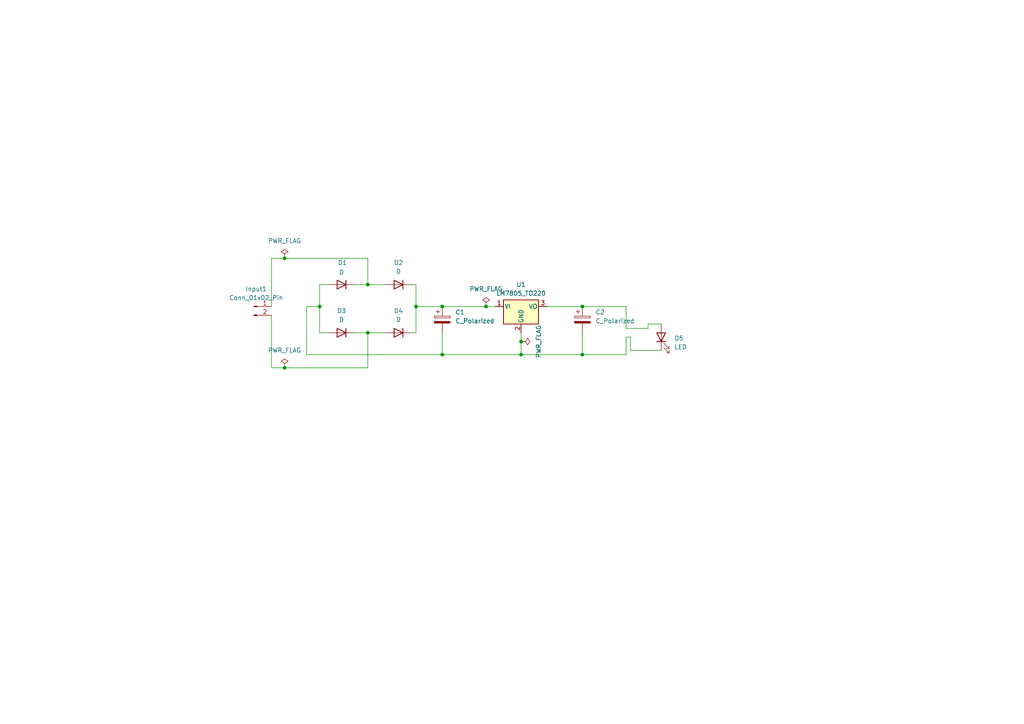
<source format=kicad_sch>
(kicad_sch
	(version 20231120)
	(generator "eeschema")
	(generator_version "8.0")
	(uuid "52612bfa-f96e-43bd-bbe8-48d7e25a8059")
	(paper "A4")
	(lib_symbols
		(symbol "Connector:Conn_01x02_Pin"
			(pin_names
				(offset 1.016) hide)
			(exclude_from_sim no)
			(in_bom yes)
			(on_board yes)
			(property "Reference" "J"
				(at 0 2.54 0)
				(effects
					(font
						(size 1.27 1.27)
					)
				)
			)
			(property "Value" "Conn_01x02_Pin"
				(at 0 -5.08 0)
				(effects
					(font
						(size 1.27 1.27)
					)
				)
			)
			(property "Footprint" ""
				(at 0 0 0)
				(effects
					(font
						(size 1.27 1.27)
					)
					(hide yes)
				)
			)
			(property "Datasheet" "~"
				(at 0 0 0)
				(effects
					(font
						(size 1.27 1.27)
					)
					(hide yes)
				)
			)
			(property "Description" "Generic connector, single row, 01x02, script generated"
				(at 0 0 0)
				(effects
					(font
						(size 1.27 1.27)
					)
					(hide yes)
				)
			)
			(property "ki_locked" ""
				(at 0 0 0)
				(effects
					(font
						(size 1.27 1.27)
					)
				)
			)
			(property "ki_keywords" "connector"
				(at 0 0 0)
				(effects
					(font
						(size 1.27 1.27)
					)
					(hide yes)
				)
			)
			(property "ki_fp_filters" "Connector*:*_1x??_*"
				(at 0 0 0)
				(effects
					(font
						(size 1.27 1.27)
					)
					(hide yes)
				)
			)
			(symbol "Conn_01x02_Pin_1_1"
				(polyline
					(pts
						(xy 1.27 -2.54) (xy 0.8636 -2.54)
					)
					(stroke
						(width 0.1524)
						(type default)
					)
					(fill
						(type none)
					)
				)
				(polyline
					(pts
						(xy 1.27 0) (xy 0.8636 0)
					)
					(stroke
						(width 0.1524)
						(type default)
					)
					(fill
						(type none)
					)
				)
				(rectangle
					(start 0.8636 -2.413)
					(end 0 -2.667)
					(stroke
						(width 0.1524)
						(type default)
					)
					(fill
						(type outline)
					)
				)
				(rectangle
					(start 0.8636 0.127)
					(end 0 -0.127)
					(stroke
						(width 0.1524)
						(type default)
					)
					(fill
						(type outline)
					)
				)
				(pin passive line
					(at 5.08 0 180)
					(length 3.81)
					(name "Pin_1"
						(effects
							(font
								(size 1.27 1.27)
							)
						)
					)
					(number "1"
						(effects
							(font
								(size 1.27 1.27)
							)
						)
					)
				)
				(pin passive line
					(at 5.08 -2.54 180)
					(length 3.81)
					(name "Pin_2"
						(effects
							(font
								(size 1.27 1.27)
							)
						)
					)
					(number "2"
						(effects
							(font
								(size 1.27 1.27)
							)
						)
					)
				)
			)
		)
		(symbol "Device:C_Polarized"
			(pin_numbers hide)
			(pin_names
				(offset 0.254)
			)
			(exclude_from_sim no)
			(in_bom yes)
			(on_board yes)
			(property "Reference" "C"
				(at 0.635 2.54 0)
				(effects
					(font
						(size 1.27 1.27)
					)
					(justify left)
				)
			)
			(property "Value" "C_Polarized"
				(at 0.635 -2.54 0)
				(effects
					(font
						(size 1.27 1.27)
					)
					(justify left)
				)
			)
			(property "Footprint" ""
				(at 0.9652 -3.81 0)
				(effects
					(font
						(size 1.27 1.27)
					)
					(hide yes)
				)
			)
			(property "Datasheet" "~"
				(at 0 0 0)
				(effects
					(font
						(size 1.27 1.27)
					)
					(hide yes)
				)
			)
			(property "Description" "Polarized capacitor"
				(at 0 0 0)
				(effects
					(font
						(size 1.27 1.27)
					)
					(hide yes)
				)
			)
			(property "ki_keywords" "cap capacitor"
				(at 0 0 0)
				(effects
					(font
						(size 1.27 1.27)
					)
					(hide yes)
				)
			)
			(property "ki_fp_filters" "CP_*"
				(at 0 0 0)
				(effects
					(font
						(size 1.27 1.27)
					)
					(hide yes)
				)
			)
			(symbol "C_Polarized_0_1"
				(rectangle
					(start -2.286 0.508)
					(end 2.286 1.016)
					(stroke
						(width 0)
						(type default)
					)
					(fill
						(type none)
					)
				)
				(polyline
					(pts
						(xy -1.778 2.286) (xy -0.762 2.286)
					)
					(stroke
						(width 0)
						(type default)
					)
					(fill
						(type none)
					)
				)
				(polyline
					(pts
						(xy -1.27 2.794) (xy -1.27 1.778)
					)
					(stroke
						(width 0)
						(type default)
					)
					(fill
						(type none)
					)
				)
				(rectangle
					(start 2.286 -0.508)
					(end -2.286 -1.016)
					(stroke
						(width 0)
						(type default)
					)
					(fill
						(type outline)
					)
				)
			)
			(symbol "C_Polarized_1_1"
				(pin passive line
					(at 0 3.81 270)
					(length 2.794)
					(name "~"
						(effects
							(font
								(size 1.27 1.27)
							)
						)
					)
					(number "1"
						(effects
							(font
								(size 1.27 1.27)
							)
						)
					)
				)
				(pin passive line
					(at 0 -3.81 90)
					(length 2.794)
					(name "~"
						(effects
							(font
								(size 1.27 1.27)
							)
						)
					)
					(number "2"
						(effects
							(font
								(size 1.27 1.27)
							)
						)
					)
				)
			)
		)
		(symbol "Device:D"
			(pin_numbers hide)
			(pin_names
				(offset 1.016) hide)
			(exclude_from_sim no)
			(in_bom yes)
			(on_board yes)
			(property "Reference" "D"
				(at 0 2.54 0)
				(effects
					(font
						(size 1.27 1.27)
					)
				)
			)
			(property "Value" "D"
				(at 0 -2.54 0)
				(effects
					(font
						(size 1.27 1.27)
					)
				)
			)
			(property "Footprint" ""
				(at 0 0 0)
				(effects
					(font
						(size 1.27 1.27)
					)
					(hide yes)
				)
			)
			(property "Datasheet" "~"
				(at 0 0 0)
				(effects
					(font
						(size 1.27 1.27)
					)
					(hide yes)
				)
			)
			(property "Description" "Diode"
				(at 0 0 0)
				(effects
					(font
						(size 1.27 1.27)
					)
					(hide yes)
				)
			)
			(property "Sim.Device" "D"
				(at 0 0 0)
				(effects
					(font
						(size 1.27 1.27)
					)
					(hide yes)
				)
			)
			(property "Sim.Pins" "1=K 2=A"
				(at 0 0 0)
				(effects
					(font
						(size 1.27 1.27)
					)
					(hide yes)
				)
			)
			(property "ki_keywords" "diode"
				(at 0 0 0)
				(effects
					(font
						(size 1.27 1.27)
					)
					(hide yes)
				)
			)
			(property "ki_fp_filters" "TO-???* *_Diode_* *SingleDiode* D_*"
				(at 0 0 0)
				(effects
					(font
						(size 1.27 1.27)
					)
					(hide yes)
				)
			)
			(symbol "D_0_1"
				(polyline
					(pts
						(xy -1.27 1.27) (xy -1.27 -1.27)
					)
					(stroke
						(width 0.254)
						(type default)
					)
					(fill
						(type none)
					)
				)
				(polyline
					(pts
						(xy 1.27 0) (xy -1.27 0)
					)
					(stroke
						(width 0)
						(type default)
					)
					(fill
						(type none)
					)
				)
				(polyline
					(pts
						(xy 1.27 1.27) (xy 1.27 -1.27) (xy -1.27 0) (xy 1.27 1.27)
					)
					(stroke
						(width 0.254)
						(type default)
					)
					(fill
						(type none)
					)
				)
			)
			(symbol "D_1_1"
				(pin passive line
					(at -3.81 0 0)
					(length 2.54)
					(name "K"
						(effects
							(font
								(size 1.27 1.27)
							)
						)
					)
					(number "1"
						(effects
							(font
								(size 1.27 1.27)
							)
						)
					)
				)
				(pin passive line
					(at 3.81 0 180)
					(length 2.54)
					(name "A"
						(effects
							(font
								(size 1.27 1.27)
							)
						)
					)
					(number "2"
						(effects
							(font
								(size 1.27 1.27)
							)
						)
					)
				)
			)
		)
		(symbol "Device:LED"
			(pin_numbers hide)
			(pin_names
				(offset 1.016) hide)
			(exclude_from_sim no)
			(in_bom yes)
			(on_board yes)
			(property "Reference" "D"
				(at 0 2.54 0)
				(effects
					(font
						(size 1.27 1.27)
					)
				)
			)
			(property "Value" "LED"
				(at 0 -2.54 0)
				(effects
					(font
						(size 1.27 1.27)
					)
				)
			)
			(property "Footprint" ""
				(at 0 0 0)
				(effects
					(font
						(size 1.27 1.27)
					)
					(hide yes)
				)
			)
			(property "Datasheet" "~"
				(at 0 0 0)
				(effects
					(font
						(size 1.27 1.27)
					)
					(hide yes)
				)
			)
			(property "Description" "Light emitting diode"
				(at 0 0 0)
				(effects
					(font
						(size 1.27 1.27)
					)
					(hide yes)
				)
			)
			(property "ki_keywords" "LED diode"
				(at 0 0 0)
				(effects
					(font
						(size 1.27 1.27)
					)
					(hide yes)
				)
			)
			(property "ki_fp_filters" "LED* LED_SMD:* LED_THT:*"
				(at 0 0 0)
				(effects
					(font
						(size 1.27 1.27)
					)
					(hide yes)
				)
			)
			(symbol "LED_0_1"
				(polyline
					(pts
						(xy -1.27 -1.27) (xy -1.27 1.27)
					)
					(stroke
						(width 0.254)
						(type default)
					)
					(fill
						(type none)
					)
				)
				(polyline
					(pts
						(xy -1.27 0) (xy 1.27 0)
					)
					(stroke
						(width 0)
						(type default)
					)
					(fill
						(type none)
					)
				)
				(polyline
					(pts
						(xy 1.27 -1.27) (xy 1.27 1.27) (xy -1.27 0) (xy 1.27 -1.27)
					)
					(stroke
						(width 0.254)
						(type default)
					)
					(fill
						(type none)
					)
				)
				(polyline
					(pts
						(xy -3.048 -0.762) (xy -4.572 -2.286) (xy -3.81 -2.286) (xy -4.572 -2.286) (xy -4.572 -1.524)
					)
					(stroke
						(width 0)
						(type default)
					)
					(fill
						(type none)
					)
				)
				(polyline
					(pts
						(xy -1.778 -0.762) (xy -3.302 -2.286) (xy -2.54 -2.286) (xy -3.302 -2.286) (xy -3.302 -1.524)
					)
					(stroke
						(width 0)
						(type default)
					)
					(fill
						(type none)
					)
				)
			)
			(symbol "LED_1_1"
				(pin passive line
					(at -3.81 0 0)
					(length 2.54)
					(name "K"
						(effects
							(font
								(size 1.27 1.27)
							)
						)
					)
					(number "1"
						(effects
							(font
								(size 1.27 1.27)
							)
						)
					)
				)
				(pin passive line
					(at 3.81 0 180)
					(length 2.54)
					(name "A"
						(effects
							(font
								(size 1.27 1.27)
							)
						)
					)
					(number "2"
						(effects
							(font
								(size 1.27 1.27)
							)
						)
					)
				)
			)
		)
		(symbol "Regulator_Linear:LM7805_TO220"
			(pin_names
				(offset 0.254)
			)
			(exclude_from_sim no)
			(in_bom yes)
			(on_board yes)
			(property "Reference" "U"
				(at -3.81 3.175 0)
				(effects
					(font
						(size 1.27 1.27)
					)
				)
			)
			(property "Value" "LM7805_TO220"
				(at 0 3.175 0)
				(effects
					(font
						(size 1.27 1.27)
					)
					(justify left)
				)
			)
			(property "Footprint" "Package_TO_SOT_THT:TO-220-3_Vertical"
				(at 0 5.715 0)
				(effects
					(font
						(size 1.27 1.27)
						(italic yes)
					)
					(hide yes)
				)
			)
			(property "Datasheet" "https://www.onsemi.cn/PowerSolutions/document/MC7800-D.PDF"
				(at 0 -1.27 0)
				(effects
					(font
						(size 1.27 1.27)
					)
					(hide yes)
				)
			)
			(property "Description" "Positive 1A 35V Linear Regulator, Fixed Output 5V, TO-220"
				(at 0 0 0)
				(effects
					(font
						(size 1.27 1.27)
					)
					(hide yes)
				)
			)
			(property "ki_keywords" "Voltage Regulator 1A Positive"
				(at 0 0 0)
				(effects
					(font
						(size 1.27 1.27)
					)
					(hide yes)
				)
			)
			(property "ki_fp_filters" "TO?220*"
				(at 0 0 0)
				(effects
					(font
						(size 1.27 1.27)
					)
					(hide yes)
				)
			)
			(symbol "LM7805_TO220_0_1"
				(rectangle
					(start -5.08 1.905)
					(end 5.08 -5.08)
					(stroke
						(width 0.254)
						(type default)
					)
					(fill
						(type background)
					)
				)
			)
			(symbol "LM7805_TO220_1_1"
				(pin power_in line
					(at -7.62 0 0)
					(length 2.54)
					(name "VI"
						(effects
							(font
								(size 1.27 1.27)
							)
						)
					)
					(number "1"
						(effects
							(font
								(size 1.27 1.27)
							)
						)
					)
				)
				(pin power_in line
					(at 0 -7.62 90)
					(length 2.54)
					(name "GND"
						(effects
							(font
								(size 1.27 1.27)
							)
						)
					)
					(number "2"
						(effects
							(font
								(size 1.27 1.27)
							)
						)
					)
				)
				(pin power_out line
					(at 7.62 0 180)
					(length 2.54)
					(name "VO"
						(effects
							(font
								(size 1.27 1.27)
							)
						)
					)
					(number "3"
						(effects
							(font
								(size 1.27 1.27)
							)
						)
					)
				)
			)
		)
		(symbol "power:PWR_FLAG"
			(power)
			(pin_numbers hide)
			(pin_names
				(offset 0) hide)
			(exclude_from_sim no)
			(in_bom yes)
			(on_board yes)
			(property "Reference" "#FLG"
				(at 0 1.905 0)
				(effects
					(font
						(size 1.27 1.27)
					)
					(hide yes)
				)
			)
			(property "Value" "PWR_FLAG"
				(at 0 3.81 0)
				(effects
					(font
						(size 1.27 1.27)
					)
				)
			)
			(property "Footprint" ""
				(at 0 0 0)
				(effects
					(font
						(size 1.27 1.27)
					)
					(hide yes)
				)
			)
			(property "Datasheet" "~"
				(at 0 0 0)
				(effects
					(font
						(size 1.27 1.27)
					)
					(hide yes)
				)
			)
			(property "Description" "Special symbol for telling ERC where power comes from"
				(at 0 0 0)
				(effects
					(font
						(size 1.27 1.27)
					)
					(hide yes)
				)
			)
			(property "ki_keywords" "flag power"
				(at 0 0 0)
				(effects
					(font
						(size 1.27 1.27)
					)
					(hide yes)
				)
			)
			(symbol "PWR_FLAG_0_0"
				(pin power_out line
					(at 0 0 90)
					(length 0)
					(name "~"
						(effects
							(font
								(size 1.27 1.27)
							)
						)
					)
					(number "1"
						(effects
							(font
								(size 1.27 1.27)
							)
						)
					)
				)
			)
			(symbol "PWR_FLAG_0_1"
				(polyline
					(pts
						(xy 0 0) (xy 0 1.27) (xy -1.016 1.905) (xy 0 2.54) (xy 1.016 1.905) (xy 0 1.27)
					)
					(stroke
						(width 0)
						(type default)
					)
					(fill
						(type none)
					)
				)
			)
		)
	)
	(junction
		(at 106.68 82.55)
		(diameter 0)
		(color 0 0 0 0)
		(uuid "31d850f6-4868-42b0-a223-3239706d91d8")
	)
	(junction
		(at 92.71 88.9)
		(diameter 0)
		(color 0 0 0 0)
		(uuid "53b0862b-4e36-488f-8d6f-00e321c176a4")
	)
	(junction
		(at 106.68 96.52)
		(diameter 0)
		(color 0 0 0 0)
		(uuid "5fe57e53-41b5-4469-85c9-5bf0694ea3d1")
	)
	(junction
		(at 168.91 88.9)
		(diameter 0)
		(color 0 0 0 0)
		(uuid "6aa9027b-a0bd-4e48-a763-e339d9fa8b6b")
	)
	(junction
		(at 140.97 88.9)
		(diameter 0)
		(color 0 0 0 0)
		(uuid "6bd789b9-0b50-44be-b1b0-c1bd5e225c82")
	)
	(junction
		(at 82.55 106.68)
		(diameter 0)
		(color 0 0 0 0)
		(uuid "82cece9f-b483-42e1-ba63-fd2ec83bfdd3")
	)
	(junction
		(at 82.55 74.93)
		(diameter 0)
		(color 0 0 0 0)
		(uuid "9f965b64-9846-41b4-a787-33c343c07434")
	)
	(junction
		(at 151.13 99.06)
		(diameter 0)
		(color 0 0 0 0)
		(uuid "bf745b7a-ec48-4513-96fa-b639abaef32c")
	)
	(junction
		(at 151.13 102.87)
		(diameter 0)
		(color 0 0 0 0)
		(uuid "c0a34652-d88b-4033-a6c2-6187a87fe961")
	)
	(junction
		(at 128.27 88.9)
		(diameter 0)
		(color 0 0 0 0)
		(uuid "d37bf7e4-5f31-4cda-94fd-56bd977a851a")
	)
	(junction
		(at 168.91 102.87)
		(diameter 0)
		(color 0 0 0 0)
		(uuid "e481283a-1c36-443e-a3df-bf81e1280565")
	)
	(junction
		(at 120.65 88.9)
		(diameter 0)
		(color 0 0 0 0)
		(uuid "f678fc1b-9472-4022-9f18-8ba15dc39542")
	)
	(junction
		(at 128.27 102.87)
		(diameter 0)
		(color 0 0 0 0)
		(uuid "ff6c17e4-699d-4086-85c0-2b028aba8794")
	)
	(wire
		(pts
			(xy 106.68 96.52) (xy 111.76 96.52)
		)
		(stroke
			(width 0)
			(type default)
		)
		(uuid "08f885c8-7250-4438-ad2d-9705bea54ae4")
	)
	(wire
		(pts
			(xy 181.61 97.79) (xy 182.88 97.79)
		)
		(stroke
			(width 0)
			(type default)
		)
		(uuid "11f04489-c705-4652-9fa8-f4037a591f85")
	)
	(wire
		(pts
			(xy 168.91 96.52) (xy 168.91 102.87)
		)
		(stroke
			(width 0)
			(type default)
		)
		(uuid "15be60f1-ec48-4e24-a6ec-c71f99df002a")
	)
	(wire
		(pts
			(xy 187.96 95.25) (xy 187.96 93.98)
		)
		(stroke
			(width 0)
			(type default)
		)
		(uuid "24b8f5dc-39b0-414b-a9c9-67b2e9089cab")
	)
	(wire
		(pts
			(xy 106.68 82.55) (xy 111.76 82.55)
		)
		(stroke
			(width 0)
			(type default)
		)
		(uuid "2a64e213-8e31-40be-9d18-168b7a0661d1")
	)
	(wire
		(pts
			(xy 128.27 102.87) (xy 128.27 96.52)
		)
		(stroke
			(width 0)
			(type default)
		)
		(uuid "2bb7618f-54c7-473d-96a6-4c2143098d5c")
	)
	(wire
		(pts
			(xy 106.68 106.68) (xy 106.68 96.52)
		)
		(stroke
			(width 0)
			(type default)
		)
		(uuid "333e38fc-3b46-4fb3-b3aa-36dfb99601d6")
	)
	(wire
		(pts
			(xy 181.61 95.25) (xy 181.61 88.9)
		)
		(stroke
			(width 0)
			(type default)
		)
		(uuid "353fa9ad-cdee-43dd-aeea-adb867f1e70f")
	)
	(wire
		(pts
			(xy 78.74 74.93) (xy 82.55 74.93)
		)
		(stroke
			(width 0)
			(type default)
		)
		(uuid "41a83790-f347-4a03-b172-66a42d4293da")
	)
	(wire
		(pts
			(xy 120.65 88.9) (xy 128.27 88.9)
		)
		(stroke
			(width 0)
			(type default)
		)
		(uuid "520574d6-59fd-4931-a312-61c2cfbbec44")
	)
	(wire
		(pts
			(xy 128.27 102.87) (xy 151.13 102.87)
		)
		(stroke
			(width 0)
			(type default)
		)
		(uuid "54625515-e648-406a-8e46-65acf8160b33")
	)
	(wire
		(pts
			(xy 92.71 88.9) (xy 92.71 96.52)
		)
		(stroke
			(width 0)
			(type default)
		)
		(uuid "552f790c-8f2b-496e-98e2-aa63a1bfa39e")
	)
	(wire
		(pts
			(xy 168.91 102.87) (xy 151.13 102.87)
		)
		(stroke
			(width 0)
			(type default)
		)
		(uuid "60f271dd-560e-4a86-9011-4c84a2039f3c")
	)
	(wire
		(pts
			(xy 119.38 96.52) (xy 120.65 96.52)
		)
		(stroke
			(width 0)
			(type default)
		)
		(uuid "614833d4-4233-4848-b5d0-a13943d48c4d")
	)
	(wire
		(pts
			(xy 168.91 88.9) (xy 181.61 88.9)
		)
		(stroke
			(width 0)
			(type default)
		)
		(uuid "63f59a54-733e-4eb9-924e-de03b513438d")
	)
	(wire
		(pts
			(xy 102.87 96.52) (xy 106.68 96.52)
		)
		(stroke
			(width 0)
			(type default)
		)
		(uuid "64657e87-8407-4f7b-981b-6c6c6db2e20d")
	)
	(wire
		(pts
			(xy 120.65 82.55) (xy 120.65 88.9)
		)
		(stroke
			(width 0)
			(type default)
		)
		(uuid "6b81861c-6a21-4ad0-9e98-2397d41eb71b")
	)
	(wire
		(pts
			(xy 151.13 96.52) (xy 151.13 99.06)
		)
		(stroke
			(width 0)
			(type default)
		)
		(uuid "6fdb9dd9-51d0-485c-91a9-643463d5936e")
	)
	(wire
		(pts
			(xy 168.91 102.87) (xy 181.61 102.87)
		)
		(stroke
			(width 0)
			(type default)
		)
		(uuid "71a1c075-5193-4680-a4a1-ac0aa3053872")
	)
	(wire
		(pts
			(xy 181.61 102.87) (xy 181.61 97.79)
		)
		(stroke
			(width 0)
			(type default)
		)
		(uuid "72222793-3a47-44a0-a21f-da43286e32d7")
	)
	(wire
		(pts
			(xy 92.71 88.9) (xy 88.9 88.9)
		)
		(stroke
			(width 0)
			(type default)
		)
		(uuid "7d70ad85-e13c-4ba3-94df-65706b1eb6a4")
	)
	(wire
		(pts
			(xy 151.13 99.06) (xy 151.13 102.87)
		)
		(stroke
			(width 0)
			(type default)
		)
		(uuid "7e6fb28b-8447-4009-9a1b-a88ef21ab9df")
	)
	(wire
		(pts
			(xy 78.74 91.44) (xy 78.74 106.68)
		)
		(stroke
			(width 0)
			(type default)
		)
		(uuid "8bd9766b-0f80-4615-b826-6b7fe32e4cdd")
	)
	(wire
		(pts
			(xy 95.25 82.55) (xy 92.71 82.55)
		)
		(stroke
			(width 0)
			(type default)
		)
		(uuid "8ff0028f-9c74-4052-8b3c-866a2cd13545")
	)
	(wire
		(pts
			(xy 158.75 88.9) (xy 168.91 88.9)
		)
		(stroke
			(width 0)
			(type default)
		)
		(uuid "99940599-9dde-423b-bca4-2133eeecdeee")
	)
	(wire
		(pts
			(xy 92.71 82.55) (xy 92.71 88.9)
		)
		(stroke
			(width 0)
			(type default)
		)
		(uuid "9a404e47-b0b1-4b59-a458-b7e79b929dd1")
	)
	(wire
		(pts
			(xy 88.9 102.87) (xy 128.27 102.87)
		)
		(stroke
			(width 0)
			(type default)
		)
		(uuid "9ecd07e2-aed9-4845-880e-c76a8fd339b9")
	)
	(wire
		(pts
			(xy 120.65 88.9) (xy 120.65 96.52)
		)
		(stroke
			(width 0)
			(type default)
		)
		(uuid "a5b91e33-70d0-49a5-b5e5-9784763b0f95")
	)
	(wire
		(pts
			(xy 78.74 88.9) (xy 78.74 74.93)
		)
		(stroke
			(width 0)
			(type default)
		)
		(uuid "a83c9cfe-8825-465f-8b48-b0266211d02f")
	)
	(wire
		(pts
			(xy 78.74 106.68) (xy 82.55 106.68)
		)
		(stroke
			(width 0)
			(type default)
		)
		(uuid "c062f1dc-e1a7-4532-a43e-ab558ab23f6e")
	)
	(wire
		(pts
			(xy 181.61 95.25) (xy 187.96 95.25)
		)
		(stroke
			(width 0)
			(type default)
		)
		(uuid "c60cca5b-c49c-468d-9230-bee71d98f354")
	)
	(wire
		(pts
			(xy 128.27 88.9) (xy 140.97 88.9)
		)
		(stroke
			(width 0)
			(type default)
		)
		(uuid "c79dc1a5-8693-4c90-80c9-88ac27716018")
	)
	(wire
		(pts
			(xy 82.55 106.68) (xy 106.68 106.68)
		)
		(stroke
			(width 0)
			(type default)
		)
		(uuid "cc037f44-7d76-41ae-995f-0aa268b2e48d")
	)
	(wire
		(pts
			(xy 119.38 82.55) (xy 120.65 82.55)
		)
		(stroke
			(width 0)
			(type default)
		)
		(uuid "d610f945-3022-4b0b-886c-3c9e8d09cde7")
	)
	(wire
		(pts
			(xy 82.55 74.93) (xy 106.68 74.93)
		)
		(stroke
			(width 0)
			(type default)
		)
		(uuid "dd8d86a7-3ee2-44ef-9cc3-99e1fc5b0de0")
	)
	(wire
		(pts
			(xy 106.68 74.93) (xy 106.68 82.55)
		)
		(stroke
			(width 0)
			(type default)
		)
		(uuid "e56875b0-8482-4994-8f46-639dbd62b420")
	)
	(wire
		(pts
			(xy 182.88 97.79) (xy 182.88 101.6)
		)
		(stroke
			(width 0)
			(type default)
		)
		(uuid "eaf58f69-fe4a-46fe-847a-a28da51718e0")
	)
	(wire
		(pts
			(xy 102.87 82.55) (xy 106.68 82.55)
		)
		(stroke
			(width 0)
			(type default)
		)
		(uuid "f157ca6b-f0dc-4485-86a7-27545f7bbe0e")
	)
	(wire
		(pts
			(xy 92.71 96.52) (xy 95.25 96.52)
		)
		(stroke
			(width 0)
			(type default)
		)
		(uuid "f19d0b0d-d466-48e8-911a-e261e18eff6a")
	)
	(wire
		(pts
			(xy 140.97 88.9) (xy 143.51 88.9)
		)
		(stroke
			(width 0)
			(type default)
		)
		(uuid "f1b1505b-b0c5-4eef-9b8b-8244a0c455ae")
	)
	(wire
		(pts
			(xy 88.9 88.9) (xy 88.9 102.87)
		)
		(stroke
			(width 0)
			(type default)
		)
		(uuid "f4b92f58-2952-4062-8dc8-c99ca0efa1c1")
	)
	(wire
		(pts
			(xy 182.88 101.6) (xy 191.77 101.6)
		)
		(stroke
			(width 0)
			(type default)
		)
		(uuid "f4e9ea7e-b1ae-48a0-9c4d-69891606eb84")
	)
	(wire
		(pts
			(xy 187.96 93.98) (xy 191.77 93.98)
		)
		(stroke
			(width 0)
			(type default)
		)
		(uuid "f94bd23d-fc69-442a-bc77-c56b5401cdb6")
	)
	(symbol
		(lib_id "Device:D")
		(at 99.06 82.55 180)
		(unit 1)
		(exclude_from_sim no)
		(in_bom yes)
		(on_board yes)
		(dnp no)
		(uuid "190fb1d1-d26e-4ce4-b5a7-50fa25b090fc")
		(property "Reference" "D1"
			(at 99.314 76.2 0)
			(effects
				(font
					(size 1.27 1.27)
				)
			)
		)
		(property "Value" "D"
			(at 99.06 78.994 0)
			(effects
				(font
					(size 1.27 1.27)
				)
			)
		)
		(property "Footprint" "Diode_THT:D_DO-41_SOD81_P7.62mm_Horizontal"
			(at 99.06 82.55 0)
			(effects
				(font
					(size 1.27 1.27)
				)
				(hide yes)
			)
		)
		(property "Datasheet" "~"
			(at 99.06 82.55 0)
			(effects
				(font
					(size 1.27 1.27)
				)
				(hide yes)
			)
		)
		(property "Description" "Diode"
			(at 99.06 82.55 0)
			(effects
				(font
					(size 1.27 1.27)
				)
				(hide yes)
			)
		)
		(property "Sim.Device" "D"
			(at 99.06 82.55 0)
			(effects
				(font
					(size 1.27 1.27)
				)
				(hide yes)
			)
		)
		(property "Sim.Pins" "1=K 2=A"
			(at 99.06 82.55 0)
			(effects
				(font
					(size 1.27 1.27)
				)
				(hide yes)
			)
		)
		(pin "1"
			(uuid "42495a63-804d-4b56-83ff-a13f9276b474")
		)
		(pin "2"
			(uuid "6b51bf6f-2862-431d-8713-73c27f613dab")
		)
		(instances
			(project ""
				(path "/52612bfa-f96e-43bd-bbe8-48d7e25a8059"
					(reference "D1")
					(unit 1)
				)
			)
		)
	)
	(symbol
		(lib_id "Device:D")
		(at 115.57 82.55 180)
		(unit 1)
		(exclude_from_sim no)
		(in_bom yes)
		(on_board yes)
		(dnp no)
		(fields_autoplaced yes)
		(uuid "392f97f5-4afb-4b2d-8361-840ea3018c56")
		(property "Reference" "D2"
			(at 115.57 76.2 0)
			(effects
				(font
					(size 1.27 1.27)
				)
			)
		)
		(property "Value" "D"
			(at 115.57 78.74 0)
			(effects
				(font
					(size 1.27 1.27)
				)
			)
		)
		(property "Footprint" "Diode_THT:D_DO-41_SOD81_P7.62mm_Horizontal"
			(at 115.57 82.55 0)
			(effects
				(font
					(size 1.27 1.27)
				)
				(hide yes)
			)
		)
		(property "Datasheet" "~"
			(at 115.57 82.55 0)
			(effects
				(font
					(size 1.27 1.27)
				)
				(hide yes)
			)
		)
		(property "Description" "Diode"
			(at 115.57 82.55 0)
			(effects
				(font
					(size 1.27 1.27)
				)
				(hide yes)
			)
		)
		(property "Sim.Device" "D"
			(at 115.57 82.55 0)
			(effects
				(font
					(size 1.27 1.27)
				)
				(hide yes)
			)
		)
		(property "Sim.Pins" "1=K 2=A"
			(at 115.57 82.55 0)
			(effects
				(font
					(size 1.27 1.27)
				)
				(hide yes)
			)
		)
		(pin "1"
			(uuid "ca404b66-c1b7-4831-9074-31d85f66ab80")
		)
		(pin "2"
			(uuid "494f6a63-8ea7-4b03-bc45-ed67e0b00554")
		)
		(instances
			(project "power_suppy"
				(path "/52612bfa-f96e-43bd-bbe8-48d7e25a8059"
					(reference "D2")
					(unit 1)
				)
			)
		)
	)
	(symbol
		(lib_id "Device:C_Polarized")
		(at 128.27 92.71 0)
		(unit 1)
		(exclude_from_sim no)
		(in_bom yes)
		(on_board yes)
		(dnp no)
		(fields_autoplaced yes)
		(uuid "3a6647e4-0439-428b-98d8-b829e2e91e81")
		(property "Reference" "C1"
			(at 132.08 90.5509 0)
			(effects
				(font
					(size 1.27 1.27)
				)
				(justify left)
			)
		)
		(property "Value" "C_Polarized"
			(at 132.08 93.0909 0)
			(effects
				(font
					(size 1.27 1.27)
				)
				(justify left)
			)
		)
		(property "Footprint" "Capacitor_THT:CP_Radial_D4.0mm_P1.50mm"
			(at 129.2352 96.52 0)
			(effects
				(font
					(size 1.27 1.27)
				)
				(hide yes)
			)
		)
		(property "Datasheet" "~"
			(at 128.27 92.71 0)
			(effects
				(font
					(size 1.27 1.27)
				)
				(hide yes)
			)
		)
		(property "Description" "Polarized capacitor"
			(at 128.27 92.71 0)
			(effects
				(font
					(size 1.27 1.27)
				)
				(hide yes)
			)
		)
		(pin "2"
			(uuid "a65e36aa-880d-47a8-9d95-3d6b69398289")
		)
		(pin "1"
			(uuid "aa0c386f-276e-4fc8-8684-8f7e5de72483")
		)
		(instances
			(project ""
				(path "/52612bfa-f96e-43bd-bbe8-48d7e25a8059"
					(reference "C1")
					(unit 1)
				)
			)
		)
	)
	(symbol
		(lib_id "Device:D")
		(at 115.57 96.52 180)
		(unit 1)
		(exclude_from_sim no)
		(in_bom yes)
		(on_board yes)
		(dnp no)
		(fields_autoplaced yes)
		(uuid "3cf00114-2d59-459a-88af-1b0acbe33b49")
		(property "Reference" "D4"
			(at 115.57 90.17 0)
			(effects
				(font
					(size 1.27 1.27)
				)
			)
		)
		(property "Value" "D"
			(at 115.57 92.71 0)
			(effects
				(font
					(size 1.27 1.27)
				)
			)
		)
		(property "Footprint" "Diode_THT:D_DO-41_SOD81_P7.62mm_Horizontal"
			(at 115.57 96.52 0)
			(effects
				(font
					(size 1.27 1.27)
				)
				(hide yes)
			)
		)
		(property "Datasheet" "~"
			(at 115.57 96.52 0)
			(effects
				(font
					(size 1.27 1.27)
				)
				(hide yes)
			)
		)
		(property "Description" "Diode"
			(at 115.57 96.52 0)
			(effects
				(font
					(size 1.27 1.27)
				)
				(hide yes)
			)
		)
		(property "Sim.Device" "D"
			(at 115.57 96.52 0)
			(effects
				(font
					(size 1.27 1.27)
				)
				(hide yes)
			)
		)
		(property "Sim.Pins" "1=K 2=A"
			(at 115.57 96.52 0)
			(effects
				(font
					(size 1.27 1.27)
				)
				(hide yes)
			)
		)
		(pin "1"
			(uuid "489d3f52-90ef-4d1c-a3f6-5ff48c2ffc13")
		)
		(pin "2"
			(uuid "bc9dff52-2a7c-4aaa-acf8-6cc5eda013c3")
		)
		(instances
			(project "power_suppy"
				(path "/52612bfa-f96e-43bd-bbe8-48d7e25a8059"
					(reference "D4")
					(unit 1)
				)
			)
		)
	)
	(symbol
		(lib_id "Device:D")
		(at 99.06 96.52 180)
		(unit 1)
		(exclude_from_sim no)
		(in_bom yes)
		(on_board yes)
		(dnp no)
		(fields_autoplaced yes)
		(uuid "58752109-3ecd-4121-8edd-996f72a15dfd")
		(property "Reference" "D3"
			(at 99.06 90.17 0)
			(effects
				(font
					(size 1.27 1.27)
				)
			)
		)
		(property "Value" "D"
			(at 99.06 92.71 0)
			(effects
				(font
					(size 1.27 1.27)
				)
			)
		)
		(property "Footprint" "Diode_THT:D_DO-41_SOD81_P7.62mm_Horizontal"
			(at 99.06 96.52 0)
			(effects
				(font
					(size 1.27 1.27)
				)
				(hide yes)
			)
		)
		(property "Datasheet" "~"
			(at 99.06 96.52 0)
			(effects
				(font
					(size 1.27 1.27)
				)
				(hide yes)
			)
		)
		(property "Description" "Diode"
			(at 99.06 96.52 0)
			(effects
				(font
					(size 1.27 1.27)
				)
				(hide yes)
			)
		)
		(property "Sim.Device" "D"
			(at 99.06 96.52 0)
			(effects
				(font
					(size 1.27 1.27)
				)
				(hide yes)
			)
		)
		(property "Sim.Pins" "1=K 2=A"
			(at 99.06 96.52 0)
			(effects
				(font
					(size 1.27 1.27)
				)
				(hide yes)
			)
		)
		(pin "1"
			(uuid "7a2c8ac1-f047-4dc3-b125-ec0593d1ca56")
		)
		(pin "2"
			(uuid "d63ba081-0509-485a-9dd5-b69f29ad9efc")
		)
		(instances
			(project "power_suppy"
				(path "/52612bfa-f96e-43bd-bbe8-48d7e25a8059"
					(reference "D3")
					(unit 1)
				)
			)
		)
	)
	(symbol
		(lib_id "Connector:Conn_01x02_Pin")
		(at 73.66 88.9 0)
		(unit 1)
		(exclude_from_sim no)
		(in_bom yes)
		(on_board yes)
		(dnp no)
		(fields_autoplaced yes)
		(uuid "719b0e7c-1111-4184-900f-0015c09cf95b")
		(property "Reference" "Input1"
			(at 74.295 83.82 0)
			(effects
				(font
					(size 1.27 1.27)
				)
			)
		)
		(property "Value" "Conn_01x02_Pin"
			(at 74.295 86.36 0)
			(effects
				(font
					(size 1.27 1.27)
				)
			)
		)
		(property "Footprint" "Connector_JST:JST_EH_B2B-EH-A_1x02_P2.50mm_Vertical"
			(at 73.66 88.9 0)
			(effects
				(font
					(size 1.27 1.27)
				)
				(hide yes)
			)
		)
		(property "Datasheet" "~"
			(at 73.66 88.9 0)
			(effects
				(font
					(size 1.27 1.27)
				)
				(hide yes)
			)
		)
		(property "Description" "Generic connector, single row, 01x02, script generated"
			(at 73.66 88.9 0)
			(effects
				(font
					(size 1.27 1.27)
				)
				(hide yes)
			)
		)
		(pin "2"
			(uuid "bf8e9b57-fddc-4ac5-bd49-8b8f1723e57d")
		)
		(pin "1"
			(uuid "6d14d278-0930-47e4-8e65-62dfc0bc687c")
		)
		(instances
			(project ""
				(path "/52612bfa-f96e-43bd-bbe8-48d7e25a8059"
					(reference "Input1")
					(unit 1)
				)
			)
		)
	)
	(symbol
		(lib_id "power:PWR_FLAG")
		(at 140.97 88.9 0)
		(unit 1)
		(exclude_from_sim no)
		(in_bom yes)
		(on_board yes)
		(dnp no)
		(fields_autoplaced yes)
		(uuid "71be414c-d3c1-4d51-8dec-8edb0bc84b46")
		(property "Reference" "#FLG03"
			(at 140.97 86.995 0)
			(effects
				(font
					(size 1.27 1.27)
				)
				(hide yes)
			)
		)
		(property "Value" "PWR_FLAG"
			(at 140.97 83.82 0)
			(effects
				(font
					(size 1.27 1.27)
				)
			)
		)
		(property "Footprint" ""
			(at 140.97 88.9 0)
			(effects
				(font
					(size 1.27 1.27)
				)
				(hide yes)
			)
		)
		(property "Datasheet" "~"
			(at 140.97 88.9 0)
			(effects
				(font
					(size 1.27 1.27)
				)
				(hide yes)
			)
		)
		(property "Description" "Special symbol for telling ERC where power comes from"
			(at 140.97 88.9 0)
			(effects
				(font
					(size 1.27 1.27)
				)
				(hide yes)
			)
		)
		(pin "1"
			(uuid "f73a6b7b-417f-4af7-91ed-c5bc7e0277e2")
		)
		(instances
			(project "power_suppy"
				(path "/52612bfa-f96e-43bd-bbe8-48d7e25a8059"
					(reference "#FLG03")
					(unit 1)
				)
			)
		)
	)
	(symbol
		(lib_id "power:PWR_FLAG")
		(at 151.13 99.06 270)
		(unit 1)
		(exclude_from_sim no)
		(in_bom yes)
		(on_board yes)
		(dnp no)
		(fields_autoplaced yes)
		(uuid "7e5ad8fa-e61b-4ec0-9a88-c905fa25e4fc")
		(property "Reference" "#FLG04"
			(at 153.035 99.06 0)
			(effects
				(font
					(size 1.27 1.27)
				)
				(hide yes)
			)
		)
		(property "Value" "PWR_FLAG"
			(at 156.21 99.06 0)
			(effects
				(font
					(size 1.27 1.27)
				)
			)
		)
		(property "Footprint" ""
			(at 151.13 99.06 0)
			(effects
				(font
					(size 1.27 1.27)
				)
				(hide yes)
			)
		)
		(property "Datasheet" "~"
			(at 151.13 99.06 0)
			(effects
				(font
					(size 1.27 1.27)
				)
				(hide yes)
			)
		)
		(property "Description" "Special symbol for telling ERC where power comes from"
			(at 151.13 99.06 0)
			(effects
				(font
					(size 1.27 1.27)
				)
				(hide yes)
			)
		)
		(pin "1"
			(uuid "7fbb1afb-dbd4-4ebe-9cee-dda4f85d690d")
		)
		(instances
			(project "power_suppy"
				(path "/52612bfa-f96e-43bd-bbe8-48d7e25a8059"
					(reference "#FLG04")
					(unit 1)
				)
			)
		)
	)
	(symbol
		(lib_id "Regulator_Linear:LM7805_TO220")
		(at 151.13 88.9 0)
		(unit 1)
		(exclude_from_sim no)
		(in_bom yes)
		(on_board yes)
		(dnp no)
		(fields_autoplaced yes)
		(uuid "8868fd09-3e68-4906-a90a-52f06166ca67")
		(property "Reference" "U1"
			(at 151.13 82.55 0)
			(effects
				(font
					(size 1.27 1.27)
				)
			)
		)
		(property "Value" "LM7805_TO220"
			(at 151.13 85.09 0)
			(effects
				(font
					(size 1.27 1.27)
				)
			)
		)
		(property "Footprint" "Package_TO_SOT_THT:TO-220-3_Vertical"
			(at 151.13 83.185 0)
			(effects
				(font
					(size 1.27 1.27)
					(italic yes)
				)
				(hide yes)
			)
		)
		(property "Datasheet" "https://www.onsemi.cn/PowerSolutions/document/MC7800-D.PDF"
			(at 151.13 90.17 0)
			(effects
				(font
					(size 1.27 1.27)
				)
				(hide yes)
			)
		)
		(property "Description" "Positive 1A 35V Linear Regulator, Fixed Output 5V, TO-220"
			(at 151.13 88.9 0)
			(effects
				(font
					(size 1.27 1.27)
				)
				(hide yes)
			)
		)
		(pin "1"
			(uuid "b7ab20af-f5f3-4b43-8082-774ce338edcf")
		)
		(pin "2"
			(uuid "7bd0d636-57de-44ec-a533-99e6bb7d44d6")
		)
		(pin "3"
			(uuid "baa184dc-683c-4e5b-b6a4-3582c079d638")
		)
		(instances
			(project ""
				(path "/52612bfa-f96e-43bd-bbe8-48d7e25a8059"
					(reference "U1")
					(unit 1)
				)
			)
		)
	)
	(symbol
		(lib_id "power:PWR_FLAG")
		(at 82.55 74.93 0)
		(unit 1)
		(exclude_from_sim no)
		(in_bom yes)
		(on_board yes)
		(dnp no)
		(fields_autoplaced yes)
		(uuid "9e27b0a3-8349-44fd-a934-8c4f2cb18ba5")
		(property "Reference" "#FLG01"
			(at 82.55 73.025 0)
			(effects
				(font
					(size 1.27 1.27)
				)
				(hide yes)
			)
		)
		(property "Value" "PWR_FLAG"
			(at 82.55 69.85 0)
			(effects
				(font
					(size 1.27 1.27)
				)
			)
		)
		(property "Footprint" ""
			(at 82.55 74.93 0)
			(effects
				(font
					(size 1.27 1.27)
				)
				(hide yes)
			)
		)
		(property "Datasheet" "~"
			(at 82.55 74.93 0)
			(effects
				(font
					(size 1.27 1.27)
				)
				(hide yes)
			)
		)
		(property "Description" "Special symbol for telling ERC where power comes from"
			(at 82.55 74.93 0)
			(effects
				(font
					(size 1.27 1.27)
				)
				(hide yes)
			)
		)
		(pin "1"
			(uuid "f69ac458-446d-4acf-a456-5e8503ee0fa5")
		)
		(instances
			(project ""
				(path "/52612bfa-f96e-43bd-bbe8-48d7e25a8059"
					(reference "#FLG01")
					(unit 1)
				)
			)
		)
	)
	(symbol
		(lib_id "power:PWR_FLAG")
		(at 82.55 106.68 0)
		(unit 1)
		(exclude_from_sim no)
		(in_bom yes)
		(on_board yes)
		(dnp no)
		(fields_autoplaced yes)
		(uuid "af89b5fe-8fc5-491c-85b1-35da45cb5941")
		(property "Reference" "#FLG02"
			(at 82.55 104.775 0)
			(effects
				(font
					(size 1.27 1.27)
				)
				(hide yes)
			)
		)
		(property "Value" "PWR_FLAG"
			(at 82.55 101.6 0)
			(effects
				(font
					(size 1.27 1.27)
				)
			)
		)
		(property "Footprint" ""
			(at 82.55 106.68 0)
			(effects
				(font
					(size 1.27 1.27)
				)
				(hide yes)
			)
		)
		(property "Datasheet" "~"
			(at 82.55 106.68 0)
			(effects
				(font
					(size 1.27 1.27)
				)
				(hide yes)
			)
		)
		(property "Description" "Special symbol for telling ERC where power comes from"
			(at 82.55 106.68 0)
			(effects
				(font
					(size 1.27 1.27)
				)
				(hide yes)
			)
		)
		(pin "1"
			(uuid "ffa57117-4836-4da4-b3a9-280faefb3431")
		)
		(instances
			(project ""
				(path "/52612bfa-f96e-43bd-bbe8-48d7e25a8059"
					(reference "#FLG02")
					(unit 1)
				)
			)
		)
	)
	(symbol
		(lib_id "Device:C_Polarized")
		(at 168.91 92.71 0)
		(unit 1)
		(exclude_from_sim no)
		(in_bom yes)
		(on_board yes)
		(dnp no)
		(fields_autoplaced yes)
		(uuid "ba9da766-592b-42c7-a756-9c4fb9d14564")
		(property "Reference" "C2"
			(at 172.72 90.5509 0)
			(effects
				(font
					(size 1.27 1.27)
				)
				(justify left)
			)
		)
		(property "Value" "C_Polarized"
			(at 172.72 93.0909 0)
			(effects
				(font
					(size 1.27 1.27)
				)
				(justify left)
			)
		)
		(property "Footprint" "Capacitor_THT:CP_Radial_D4.0mm_P1.50mm"
			(at 169.8752 96.52 0)
			(effects
				(font
					(size 1.27 1.27)
				)
				(hide yes)
			)
		)
		(property "Datasheet" "~"
			(at 168.91 92.71 0)
			(effects
				(font
					(size 1.27 1.27)
				)
				(hide yes)
			)
		)
		(property "Description" "Polarized capacitor"
			(at 168.91 92.71 0)
			(effects
				(font
					(size 1.27 1.27)
				)
				(hide yes)
			)
		)
		(pin "2"
			(uuid "e5c7d38f-ac5c-4fe0-95d9-57ec4cd764f7")
		)
		(pin "1"
			(uuid "fba685cb-82b6-4ed4-a88f-7b97602a7733")
		)
		(instances
			(project "power_suppy"
				(path "/52612bfa-f96e-43bd-bbe8-48d7e25a8059"
					(reference "C2")
					(unit 1)
				)
			)
		)
	)
	(symbol
		(lib_id "Device:LED")
		(at 191.77 97.79 90)
		(unit 1)
		(exclude_from_sim no)
		(in_bom yes)
		(on_board yes)
		(dnp no)
		(fields_autoplaced yes)
		(uuid "f8083571-81d5-4d75-990b-a34bdf1b90cd")
		(property "Reference" "D5"
			(at 195.58 98.1074 90)
			(effects
				(font
					(size 1.27 1.27)
				)
				(justify right)
			)
		)
		(property "Value" "LED"
			(at 195.58 100.6474 90)
			(effects
				(font
					(size 1.27 1.27)
				)
				(justify right)
			)
		)
		(property "Footprint" "LED_THT:LED_D5.0mm"
			(at 191.77 97.79 0)
			(effects
				(font
					(size 1.27 1.27)
				)
				(hide yes)
			)
		)
		(property "Datasheet" "~"
			(at 191.77 97.79 0)
			(effects
				(font
					(size 1.27 1.27)
				)
				(hide yes)
			)
		)
		(property "Description" "Light emitting diode"
			(at 191.77 97.79 0)
			(effects
				(font
					(size 1.27 1.27)
				)
				(hide yes)
			)
		)
		(pin "1"
			(uuid "b5f9e4e8-fdcf-46dd-98b1-45571624acb0")
		)
		(pin "2"
			(uuid "057f8838-4e41-4186-b471-b3be68a564fd")
		)
		(instances
			(project ""
				(path "/52612bfa-f96e-43bd-bbe8-48d7e25a8059"
					(reference "D5")
					(unit 1)
				)
			)
		)
	)
	(sheet_instances
		(path "/"
			(page "1")
		)
	)
)

</source>
